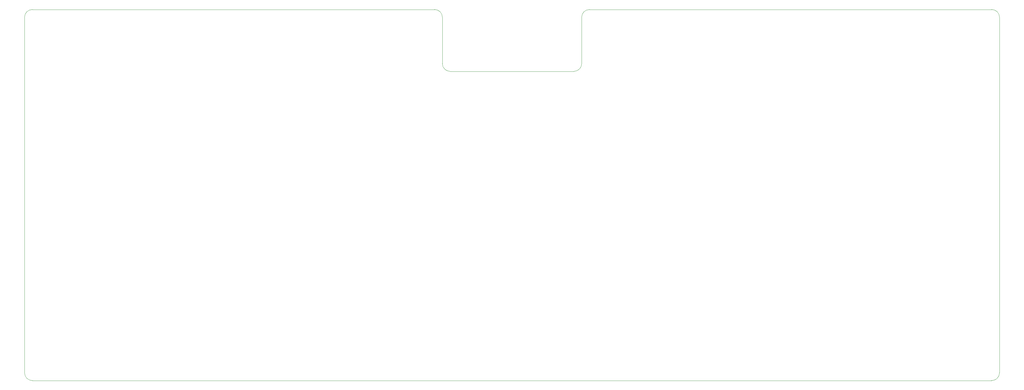
<source format=gbr>
%TF.GenerationSoftware,KiCad,Pcbnew,(7.0.0)*%
%TF.CreationDate,2024-01-04T19:42:07+01:00*%
%TF.ProjectId,HP2621,48503236-3231-42e6-9b69-6361645f7063,rev?*%
%TF.SameCoordinates,Original*%
%TF.FileFunction,Profile,NP*%
%FSLAX46Y46*%
G04 Gerber Fmt 4.6, Leading zero omitted, Abs format (unit mm)*
G04 Created by KiCad (PCBNEW (7.0.0)) date 2024-01-04 19:42:07*
%MOMM*%
%LPD*%
G01*
G04 APERTURE LIST*
%TA.AperFunction,Profile*%
%ADD10C,0.100000*%
%TD*%
G04 APERTURE END LIST*
D10*
X178593750Y-32543750D02*
X178593750Y-18256250D01*
X176212500Y-34924950D02*
G75*
G03*
X178593750Y-32543750I0J2381250D01*
G01*
X307181250Y-18256250D02*
X307181250Y-127793750D01*
X135731250Y-18256250D02*
X135731250Y-32543750D01*
X135731300Y-18256250D02*
G75*
G03*
X133350000Y-15875000I-2381300J-50D01*
G01*
X138112500Y-34925000D02*
X176212500Y-34925000D01*
X7143750Y-127793750D02*
X7143750Y-18256250D01*
X304800000Y-130174950D02*
G75*
G03*
X307181250Y-127793750I0J2381250D01*
G01*
X304800000Y-130175000D02*
X9525000Y-130175000D01*
X7143750Y-127793750D02*
G75*
G03*
X9525000Y-130175000I2381250J0D01*
G01*
X135731200Y-32543750D02*
G75*
G03*
X138112500Y-34925000I2381300J50D01*
G01*
X180975000Y-15875000D02*
X304800000Y-15875000D01*
X9525000Y-15875000D02*
G75*
G03*
X7143750Y-18256250I0J-2381250D01*
G01*
X180975000Y-15875050D02*
G75*
G03*
X178593750Y-18256250I0J-2381250D01*
G01*
X9525000Y-15875000D02*
X133350000Y-15875000D01*
X307181300Y-18256250D02*
G75*
G03*
X304800000Y-15875000I-2381300J-50D01*
G01*
M02*

</source>
